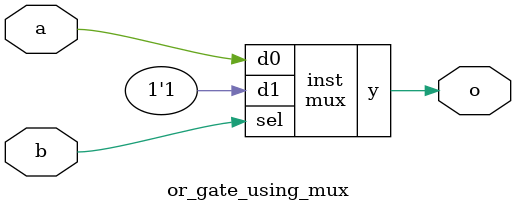
<source format=sv>

module mux
(
  input  d0, d1,
  input  sel,
  output y
);

  assign y = sel ? d1 : d0;

endmodule

//----------------------------------------------------------------------------
// Task
//----------------------------------------------------------------------------

module or_gate_using_mux
(
    input  a,
    input  b,
    output o
);

  // Task:

  // Implement or gate using instance(s) of mux,
  // constants 0 and 1, and wire connections
  
  mux inst(
    .d0(a),       
    .d1(1'b1),  
    .sel(b),   
    .y(o)
  );


endmodule

</source>
